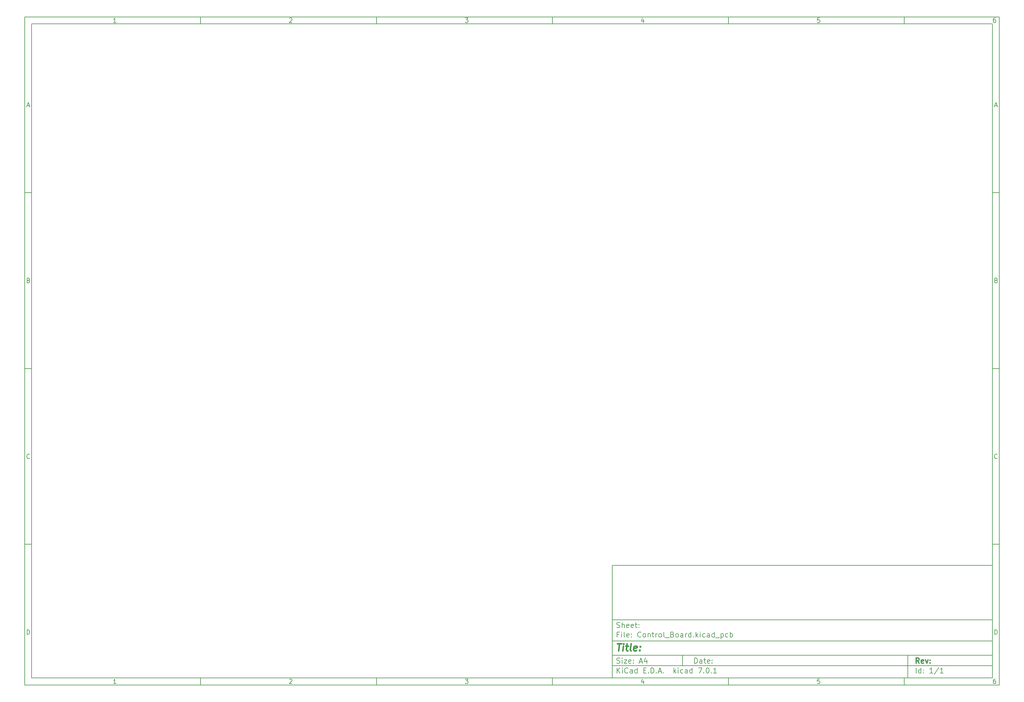
<source format=gbr>
%TF.GenerationSoftware,KiCad,Pcbnew,7.0.1*%
%TF.CreationDate,2023-09-27T13:27:15+00:00*%
%TF.ProjectId,Control_Board,436f6e74-726f-46c5-9f42-6f6172642e6b,rev?*%
%TF.SameCoordinates,Original*%
%TF.FileFunction,Glue,Bot*%
%TF.FilePolarity,Positive*%
%FSLAX45Y45*%
G04 Gerber Fmt 4.5, Leading zero omitted, Abs format (unit mm)*
G04 Created by KiCad (PCBNEW 7.0.1) date 2023-09-27 13:27:15*
%MOMM*%
%LPD*%
G01*
G04 APERTURE LIST*
%ADD10C,0.100000*%
%ADD11C,0.150000*%
%ADD12C,0.300000*%
%ADD13C,0.400000*%
G04 APERTURE END LIST*
D10*
D11*
X17700220Y-16600720D02*
X28500220Y-16600720D01*
X28500220Y-19800720D01*
X17700220Y-19800720D01*
X17700220Y-16600720D01*
D10*
D11*
X1000000Y-1000000D02*
X28700220Y-1000000D01*
X28700220Y-20000720D01*
X1000000Y-20000720D01*
X1000000Y-1000000D01*
D10*
D11*
X1200000Y-1200000D02*
X28500220Y-1200000D01*
X28500220Y-19800720D01*
X1200000Y-19800720D01*
X1200000Y-1200000D01*
D10*
D11*
X6000000Y-1200000D02*
X6000000Y-1000000D01*
D10*
D11*
X11000000Y-1200000D02*
X11000000Y-1000000D01*
D10*
D11*
X16000000Y-1200000D02*
X16000000Y-1000000D01*
D10*
D11*
X21000000Y-1200000D02*
X21000000Y-1000000D01*
D10*
D11*
X26000000Y-1200000D02*
X26000000Y-1000000D01*
D10*
D11*
X3599048Y-1160140D02*
X3524762Y-1160140D01*
X3561905Y-1160140D02*
X3561905Y-1030140D01*
X3561905Y-1030140D02*
X3549524Y-1048712D01*
X3549524Y-1048712D02*
X3537143Y-1061093D01*
X3537143Y-1061093D02*
X3524762Y-1067283D01*
D10*
D11*
X8524762Y-1042521D02*
X8530952Y-1036331D01*
X8530952Y-1036331D02*
X8543333Y-1030140D01*
X8543333Y-1030140D02*
X8574286Y-1030140D01*
X8574286Y-1030140D02*
X8586667Y-1036331D01*
X8586667Y-1036331D02*
X8592857Y-1042521D01*
X8592857Y-1042521D02*
X8599048Y-1054902D01*
X8599048Y-1054902D02*
X8599048Y-1067283D01*
X8599048Y-1067283D02*
X8592857Y-1085855D01*
X8592857Y-1085855D02*
X8518571Y-1160140D01*
X8518571Y-1160140D02*
X8599048Y-1160140D01*
D10*
D11*
X13518571Y-1030140D02*
X13599048Y-1030140D01*
X13599048Y-1030140D02*
X13555714Y-1079664D01*
X13555714Y-1079664D02*
X13574286Y-1079664D01*
X13574286Y-1079664D02*
X13586667Y-1085855D01*
X13586667Y-1085855D02*
X13592857Y-1092045D01*
X13592857Y-1092045D02*
X13599048Y-1104426D01*
X13599048Y-1104426D02*
X13599048Y-1135379D01*
X13599048Y-1135379D02*
X13592857Y-1147760D01*
X13592857Y-1147760D02*
X13586667Y-1153950D01*
X13586667Y-1153950D02*
X13574286Y-1160140D01*
X13574286Y-1160140D02*
X13537143Y-1160140D01*
X13537143Y-1160140D02*
X13524762Y-1153950D01*
X13524762Y-1153950D02*
X13518571Y-1147760D01*
D10*
D11*
X18586667Y-1073474D02*
X18586667Y-1160140D01*
X18555714Y-1023950D02*
X18524762Y-1116807D01*
X18524762Y-1116807D02*
X18605238Y-1116807D01*
D10*
D11*
X23592857Y-1030140D02*
X23530952Y-1030140D01*
X23530952Y-1030140D02*
X23524762Y-1092045D01*
X23524762Y-1092045D02*
X23530952Y-1085855D01*
X23530952Y-1085855D02*
X23543333Y-1079664D01*
X23543333Y-1079664D02*
X23574286Y-1079664D01*
X23574286Y-1079664D02*
X23586667Y-1085855D01*
X23586667Y-1085855D02*
X23592857Y-1092045D01*
X23592857Y-1092045D02*
X23599048Y-1104426D01*
X23599048Y-1104426D02*
X23599048Y-1135379D01*
X23599048Y-1135379D02*
X23592857Y-1147760D01*
X23592857Y-1147760D02*
X23586667Y-1153950D01*
X23586667Y-1153950D02*
X23574286Y-1160140D01*
X23574286Y-1160140D02*
X23543333Y-1160140D01*
X23543333Y-1160140D02*
X23530952Y-1153950D01*
X23530952Y-1153950D02*
X23524762Y-1147760D01*
D10*
D11*
X28586667Y-1030140D02*
X28561905Y-1030140D01*
X28561905Y-1030140D02*
X28549524Y-1036331D01*
X28549524Y-1036331D02*
X28543333Y-1042521D01*
X28543333Y-1042521D02*
X28530952Y-1061093D01*
X28530952Y-1061093D02*
X28524762Y-1085855D01*
X28524762Y-1085855D02*
X28524762Y-1135379D01*
X28524762Y-1135379D02*
X28530952Y-1147760D01*
X28530952Y-1147760D02*
X28537143Y-1153950D01*
X28537143Y-1153950D02*
X28549524Y-1160140D01*
X28549524Y-1160140D02*
X28574286Y-1160140D01*
X28574286Y-1160140D02*
X28586667Y-1153950D01*
X28586667Y-1153950D02*
X28592857Y-1147760D01*
X28592857Y-1147760D02*
X28599048Y-1135379D01*
X28599048Y-1135379D02*
X28599048Y-1104426D01*
X28599048Y-1104426D02*
X28592857Y-1092045D01*
X28592857Y-1092045D02*
X28586667Y-1085855D01*
X28586667Y-1085855D02*
X28574286Y-1079664D01*
X28574286Y-1079664D02*
X28549524Y-1079664D01*
X28549524Y-1079664D02*
X28537143Y-1085855D01*
X28537143Y-1085855D02*
X28530952Y-1092045D01*
X28530952Y-1092045D02*
X28524762Y-1104426D01*
D10*
D11*
X6000000Y-19800720D02*
X6000000Y-20000720D01*
D10*
D11*
X11000000Y-19800720D02*
X11000000Y-20000720D01*
D10*
D11*
X16000000Y-19800720D02*
X16000000Y-20000720D01*
D10*
D11*
X21000000Y-19800720D02*
X21000000Y-20000720D01*
D10*
D11*
X26000000Y-19800720D02*
X26000000Y-20000720D01*
D10*
D11*
X3599048Y-19960860D02*
X3524762Y-19960860D01*
X3561905Y-19960860D02*
X3561905Y-19830860D01*
X3561905Y-19830860D02*
X3549524Y-19849432D01*
X3549524Y-19849432D02*
X3537143Y-19861813D01*
X3537143Y-19861813D02*
X3524762Y-19868003D01*
D10*
D11*
X8524762Y-19843241D02*
X8530952Y-19837051D01*
X8530952Y-19837051D02*
X8543333Y-19830860D01*
X8543333Y-19830860D02*
X8574286Y-19830860D01*
X8574286Y-19830860D02*
X8586667Y-19837051D01*
X8586667Y-19837051D02*
X8592857Y-19843241D01*
X8592857Y-19843241D02*
X8599048Y-19855622D01*
X8599048Y-19855622D02*
X8599048Y-19868003D01*
X8599048Y-19868003D02*
X8592857Y-19886575D01*
X8592857Y-19886575D02*
X8518571Y-19960860D01*
X8518571Y-19960860D02*
X8599048Y-19960860D01*
D10*
D11*
X13518571Y-19830860D02*
X13599048Y-19830860D01*
X13599048Y-19830860D02*
X13555714Y-19880384D01*
X13555714Y-19880384D02*
X13574286Y-19880384D01*
X13574286Y-19880384D02*
X13586667Y-19886575D01*
X13586667Y-19886575D02*
X13592857Y-19892765D01*
X13592857Y-19892765D02*
X13599048Y-19905146D01*
X13599048Y-19905146D02*
X13599048Y-19936099D01*
X13599048Y-19936099D02*
X13592857Y-19948480D01*
X13592857Y-19948480D02*
X13586667Y-19954670D01*
X13586667Y-19954670D02*
X13574286Y-19960860D01*
X13574286Y-19960860D02*
X13537143Y-19960860D01*
X13537143Y-19960860D02*
X13524762Y-19954670D01*
X13524762Y-19954670D02*
X13518571Y-19948480D01*
D10*
D11*
X18586667Y-19874194D02*
X18586667Y-19960860D01*
X18555714Y-19824670D02*
X18524762Y-19917527D01*
X18524762Y-19917527D02*
X18605238Y-19917527D01*
D10*
D11*
X23592857Y-19830860D02*
X23530952Y-19830860D01*
X23530952Y-19830860D02*
X23524762Y-19892765D01*
X23524762Y-19892765D02*
X23530952Y-19886575D01*
X23530952Y-19886575D02*
X23543333Y-19880384D01*
X23543333Y-19880384D02*
X23574286Y-19880384D01*
X23574286Y-19880384D02*
X23586667Y-19886575D01*
X23586667Y-19886575D02*
X23592857Y-19892765D01*
X23592857Y-19892765D02*
X23599048Y-19905146D01*
X23599048Y-19905146D02*
X23599048Y-19936099D01*
X23599048Y-19936099D02*
X23592857Y-19948480D01*
X23592857Y-19948480D02*
X23586667Y-19954670D01*
X23586667Y-19954670D02*
X23574286Y-19960860D01*
X23574286Y-19960860D02*
X23543333Y-19960860D01*
X23543333Y-19960860D02*
X23530952Y-19954670D01*
X23530952Y-19954670D02*
X23524762Y-19948480D01*
D10*
D11*
X28586667Y-19830860D02*
X28561905Y-19830860D01*
X28561905Y-19830860D02*
X28549524Y-19837051D01*
X28549524Y-19837051D02*
X28543333Y-19843241D01*
X28543333Y-19843241D02*
X28530952Y-19861813D01*
X28530952Y-19861813D02*
X28524762Y-19886575D01*
X28524762Y-19886575D02*
X28524762Y-19936099D01*
X28524762Y-19936099D02*
X28530952Y-19948480D01*
X28530952Y-19948480D02*
X28537143Y-19954670D01*
X28537143Y-19954670D02*
X28549524Y-19960860D01*
X28549524Y-19960860D02*
X28574286Y-19960860D01*
X28574286Y-19960860D02*
X28586667Y-19954670D01*
X28586667Y-19954670D02*
X28592857Y-19948480D01*
X28592857Y-19948480D02*
X28599048Y-19936099D01*
X28599048Y-19936099D02*
X28599048Y-19905146D01*
X28599048Y-19905146D02*
X28592857Y-19892765D01*
X28592857Y-19892765D02*
X28586667Y-19886575D01*
X28586667Y-19886575D02*
X28574286Y-19880384D01*
X28574286Y-19880384D02*
X28549524Y-19880384D01*
X28549524Y-19880384D02*
X28537143Y-19886575D01*
X28537143Y-19886575D02*
X28530952Y-19892765D01*
X28530952Y-19892765D02*
X28524762Y-19905146D01*
D10*
D11*
X1000000Y-6000000D02*
X1200000Y-6000000D01*
D10*
D11*
X1000000Y-11000000D02*
X1200000Y-11000000D01*
D10*
D11*
X1000000Y-16000000D02*
X1200000Y-16000000D01*
D10*
D11*
X1069048Y-3522998D02*
X1130952Y-3522998D01*
X1056667Y-3560140D02*
X1100000Y-3430140D01*
X1100000Y-3430140D02*
X1143333Y-3560140D01*
D10*
D11*
X1109286Y-8492045D02*
X1127857Y-8498236D01*
X1127857Y-8498236D02*
X1134048Y-8504426D01*
X1134048Y-8504426D02*
X1140238Y-8516807D01*
X1140238Y-8516807D02*
X1140238Y-8535379D01*
X1140238Y-8535379D02*
X1134048Y-8547760D01*
X1134048Y-8547760D02*
X1127857Y-8553950D01*
X1127857Y-8553950D02*
X1115476Y-8560140D01*
X1115476Y-8560140D02*
X1065952Y-8560140D01*
X1065952Y-8560140D02*
X1065952Y-8430140D01*
X1065952Y-8430140D02*
X1109286Y-8430140D01*
X1109286Y-8430140D02*
X1121667Y-8436331D01*
X1121667Y-8436331D02*
X1127857Y-8442521D01*
X1127857Y-8442521D02*
X1134048Y-8454902D01*
X1134048Y-8454902D02*
X1134048Y-8467283D01*
X1134048Y-8467283D02*
X1127857Y-8479664D01*
X1127857Y-8479664D02*
X1121667Y-8485855D01*
X1121667Y-8485855D02*
X1109286Y-8492045D01*
X1109286Y-8492045D02*
X1065952Y-8492045D01*
D10*
D11*
X1140238Y-13547759D02*
X1134048Y-13553950D01*
X1134048Y-13553950D02*
X1115476Y-13560140D01*
X1115476Y-13560140D02*
X1103095Y-13560140D01*
X1103095Y-13560140D02*
X1084524Y-13553950D01*
X1084524Y-13553950D02*
X1072143Y-13541569D01*
X1072143Y-13541569D02*
X1065952Y-13529188D01*
X1065952Y-13529188D02*
X1059762Y-13504426D01*
X1059762Y-13504426D02*
X1059762Y-13485855D01*
X1059762Y-13485855D02*
X1065952Y-13461093D01*
X1065952Y-13461093D02*
X1072143Y-13448712D01*
X1072143Y-13448712D02*
X1084524Y-13436331D01*
X1084524Y-13436331D02*
X1103095Y-13430140D01*
X1103095Y-13430140D02*
X1115476Y-13430140D01*
X1115476Y-13430140D02*
X1134048Y-13436331D01*
X1134048Y-13436331D02*
X1140238Y-13442521D01*
D10*
D11*
X1065952Y-18560140D02*
X1065952Y-18430140D01*
X1065952Y-18430140D02*
X1096905Y-18430140D01*
X1096905Y-18430140D02*
X1115476Y-18436331D01*
X1115476Y-18436331D02*
X1127857Y-18448712D01*
X1127857Y-18448712D02*
X1134048Y-18461093D01*
X1134048Y-18461093D02*
X1140238Y-18485855D01*
X1140238Y-18485855D02*
X1140238Y-18504426D01*
X1140238Y-18504426D02*
X1134048Y-18529188D01*
X1134048Y-18529188D02*
X1127857Y-18541569D01*
X1127857Y-18541569D02*
X1115476Y-18553950D01*
X1115476Y-18553950D02*
X1096905Y-18560140D01*
X1096905Y-18560140D02*
X1065952Y-18560140D01*
D10*
D11*
X28700220Y-6000000D02*
X28500220Y-6000000D01*
D10*
D11*
X28700220Y-11000000D02*
X28500220Y-11000000D01*
D10*
D11*
X28700220Y-16000000D02*
X28500220Y-16000000D01*
D10*
D11*
X28569268Y-3522998D02*
X28631172Y-3522998D01*
X28556887Y-3560140D02*
X28600220Y-3430140D01*
X28600220Y-3430140D02*
X28643553Y-3560140D01*
D10*
D11*
X28609506Y-8492045D02*
X28628077Y-8498236D01*
X28628077Y-8498236D02*
X28634268Y-8504426D01*
X28634268Y-8504426D02*
X28640458Y-8516807D01*
X28640458Y-8516807D02*
X28640458Y-8535379D01*
X28640458Y-8535379D02*
X28634268Y-8547760D01*
X28634268Y-8547760D02*
X28628077Y-8553950D01*
X28628077Y-8553950D02*
X28615696Y-8560140D01*
X28615696Y-8560140D02*
X28566172Y-8560140D01*
X28566172Y-8560140D02*
X28566172Y-8430140D01*
X28566172Y-8430140D02*
X28609506Y-8430140D01*
X28609506Y-8430140D02*
X28621887Y-8436331D01*
X28621887Y-8436331D02*
X28628077Y-8442521D01*
X28628077Y-8442521D02*
X28634268Y-8454902D01*
X28634268Y-8454902D02*
X28634268Y-8467283D01*
X28634268Y-8467283D02*
X28628077Y-8479664D01*
X28628077Y-8479664D02*
X28621887Y-8485855D01*
X28621887Y-8485855D02*
X28609506Y-8492045D01*
X28609506Y-8492045D02*
X28566172Y-8492045D01*
D10*
D11*
X28640458Y-13547759D02*
X28634268Y-13553950D01*
X28634268Y-13553950D02*
X28615696Y-13560140D01*
X28615696Y-13560140D02*
X28603315Y-13560140D01*
X28603315Y-13560140D02*
X28584744Y-13553950D01*
X28584744Y-13553950D02*
X28572363Y-13541569D01*
X28572363Y-13541569D02*
X28566172Y-13529188D01*
X28566172Y-13529188D02*
X28559982Y-13504426D01*
X28559982Y-13504426D02*
X28559982Y-13485855D01*
X28559982Y-13485855D02*
X28566172Y-13461093D01*
X28566172Y-13461093D02*
X28572363Y-13448712D01*
X28572363Y-13448712D02*
X28584744Y-13436331D01*
X28584744Y-13436331D02*
X28603315Y-13430140D01*
X28603315Y-13430140D02*
X28615696Y-13430140D01*
X28615696Y-13430140D02*
X28634268Y-13436331D01*
X28634268Y-13436331D02*
X28640458Y-13442521D01*
D10*
D11*
X28566172Y-18560140D02*
X28566172Y-18430140D01*
X28566172Y-18430140D02*
X28597125Y-18430140D01*
X28597125Y-18430140D02*
X28615696Y-18436331D01*
X28615696Y-18436331D02*
X28628077Y-18448712D01*
X28628077Y-18448712D02*
X28634268Y-18461093D01*
X28634268Y-18461093D02*
X28640458Y-18485855D01*
X28640458Y-18485855D02*
X28640458Y-18504426D01*
X28640458Y-18504426D02*
X28634268Y-18529188D01*
X28634268Y-18529188D02*
X28628077Y-18541569D01*
X28628077Y-18541569D02*
X28615696Y-18553950D01*
X28615696Y-18553950D02*
X28597125Y-18560140D01*
X28597125Y-18560140D02*
X28566172Y-18560140D01*
D10*
D11*
X20035934Y-19380113D02*
X20035934Y-19230113D01*
X20035934Y-19230113D02*
X20071649Y-19230113D01*
X20071649Y-19230113D02*
X20093077Y-19237256D01*
X20093077Y-19237256D02*
X20107363Y-19251541D01*
X20107363Y-19251541D02*
X20114506Y-19265827D01*
X20114506Y-19265827D02*
X20121649Y-19294399D01*
X20121649Y-19294399D02*
X20121649Y-19315827D01*
X20121649Y-19315827D02*
X20114506Y-19344399D01*
X20114506Y-19344399D02*
X20107363Y-19358684D01*
X20107363Y-19358684D02*
X20093077Y-19372970D01*
X20093077Y-19372970D02*
X20071649Y-19380113D01*
X20071649Y-19380113D02*
X20035934Y-19380113D01*
X20250220Y-19380113D02*
X20250220Y-19301541D01*
X20250220Y-19301541D02*
X20243077Y-19287256D01*
X20243077Y-19287256D02*
X20228791Y-19280113D01*
X20228791Y-19280113D02*
X20200220Y-19280113D01*
X20200220Y-19280113D02*
X20185934Y-19287256D01*
X20250220Y-19372970D02*
X20235934Y-19380113D01*
X20235934Y-19380113D02*
X20200220Y-19380113D01*
X20200220Y-19380113D02*
X20185934Y-19372970D01*
X20185934Y-19372970D02*
X20178791Y-19358684D01*
X20178791Y-19358684D02*
X20178791Y-19344399D01*
X20178791Y-19344399D02*
X20185934Y-19330113D01*
X20185934Y-19330113D02*
X20200220Y-19322970D01*
X20200220Y-19322970D02*
X20235934Y-19322970D01*
X20235934Y-19322970D02*
X20250220Y-19315827D01*
X20300220Y-19280113D02*
X20357363Y-19280113D01*
X20321649Y-19230113D02*
X20321649Y-19358684D01*
X20321649Y-19358684D02*
X20328791Y-19372970D01*
X20328791Y-19372970D02*
X20343077Y-19380113D01*
X20343077Y-19380113D02*
X20357363Y-19380113D01*
X20464506Y-19372970D02*
X20450220Y-19380113D01*
X20450220Y-19380113D02*
X20421649Y-19380113D01*
X20421649Y-19380113D02*
X20407363Y-19372970D01*
X20407363Y-19372970D02*
X20400220Y-19358684D01*
X20400220Y-19358684D02*
X20400220Y-19301541D01*
X20400220Y-19301541D02*
X20407363Y-19287256D01*
X20407363Y-19287256D02*
X20421649Y-19280113D01*
X20421649Y-19280113D02*
X20450220Y-19280113D01*
X20450220Y-19280113D02*
X20464506Y-19287256D01*
X20464506Y-19287256D02*
X20471649Y-19301541D01*
X20471649Y-19301541D02*
X20471649Y-19315827D01*
X20471649Y-19315827D02*
X20400220Y-19330113D01*
X20535934Y-19365827D02*
X20543077Y-19372970D01*
X20543077Y-19372970D02*
X20535934Y-19380113D01*
X20535934Y-19380113D02*
X20528791Y-19372970D01*
X20528791Y-19372970D02*
X20535934Y-19365827D01*
X20535934Y-19365827D02*
X20535934Y-19380113D01*
X20535934Y-19287256D02*
X20543077Y-19294399D01*
X20543077Y-19294399D02*
X20535934Y-19301541D01*
X20535934Y-19301541D02*
X20528791Y-19294399D01*
X20528791Y-19294399D02*
X20535934Y-19287256D01*
X20535934Y-19287256D02*
X20535934Y-19301541D01*
D10*
D11*
X17700220Y-19450720D02*
X28500220Y-19450720D01*
D10*
D11*
X17835934Y-19660113D02*
X17835934Y-19510113D01*
X17921649Y-19660113D02*
X17857363Y-19574399D01*
X17921649Y-19510113D02*
X17835934Y-19595827D01*
X17985934Y-19660113D02*
X17985934Y-19560113D01*
X17985934Y-19510113D02*
X17978791Y-19517256D01*
X17978791Y-19517256D02*
X17985934Y-19524399D01*
X17985934Y-19524399D02*
X17993077Y-19517256D01*
X17993077Y-19517256D02*
X17985934Y-19510113D01*
X17985934Y-19510113D02*
X17985934Y-19524399D01*
X18143077Y-19645827D02*
X18135934Y-19652970D01*
X18135934Y-19652970D02*
X18114506Y-19660113D01*
X18114506Y-19660113D02*
X18100220Y-19660113D01*
X18100220Y-19660113D02*
X18078791Y-19652970D01*
X18078791Y-19652970D02*
X18064506Y-19638684D01*
X18064506Y-19638684D02*
X18057363Y-19624399D01*
X18057363Y-19624399D02*
X18050220Y-19595827D01*
X18050220Y-19595827D02*
X18050220Y-19574399D01*
X18050220Y-19574399D02*
X18057363Y-19545827D01*
X18057363Y-19545827D02*
X18064506Y-19531541D01*
X18064506Y-19531541D02*
X18078791Y-19517256D01*
X18078791Y-19517256D02*
X18100220Y-19510113D01*
X18100220Y-19510113D02*
X18114506Y-19510113D01*
X18114506Y-19510113D02*
X18135934Y-19517256D01*
X18135934Y-19517256D02*
X18143077Y-19524399D01*
X18271649Y-19660113D02*
X18271649Y-19581541D01*
X18271649Y-19581541D02*
X18264506Y-19567256D01*
X18264506Y-19567256D02*
X18250220Y-19560113D01*
X18250220Y-19560113D02*
X18221649Y-19560113D01*
X18221649Y-19560113D02*
X18207363Y-19567256D01*
X18271649Y-19652970D02*
X18257363Y-19660113D01*
X18257363Y-19660113D02*
X18221649Y-19660113D01*
X18221649Y-19660113D02*
X18207363Y-19652970D01*
X18207363Y-19652970D02*
X18200220Y-19638684D01*
X18200220Y-19638684D02*
X18200220Y-19624399D01*
X18200220Y-19624399D02*
X18207363Y-19610113D01*
X18207363Y-19610113D02*
X18221649Y-19602970D01*
X18221649Y-19602970D02*
X18257363Y-19602970D01*
X18257363Y-19602970D02*
X18271649Y-19595827D01*
X18407363Y-19660113D02*
X18407363Y-19510113D01*
X18407363Y-19652970D02*
X18393077Y-19660113D01*
X18393077Y-19660113D02*
X18364506Y-19660113D01*
X18364506Y-19660113D02*
X18350220Y-19652970D01*
X18350220Y-19652970D02*
X18343077Y-19645827D01*
X18343077Y-19645827D02*
X18335934Y-19631541D01*
X18335934Y-19631541D02*
X18335934Y-19588684D01*
X18335934Y-19588684D02*
X18343077Y-19574399D01*
X18343077Y-19574399D02*
X18350220Y-19567256D01*
X18350220Y-19567256D02*
X18364506Y-19560113D01*
X18364506Y-19560113D02*
X18393077Y-19560113D01*
X18393077Y-19560113D02*
X18407363Y-19567256D01*
X18593077Y-19581541D02*
X18643077Y-19581541D01*
X18664506Y-19660113D02*
X18593077Y-19660113D01*
X18593077Y-19660113D02*
X18593077Y-19510113D01*
X18593077Y-19510113D02*
X18664506Y-19510113D01*
X18728791Y-19645827D02*
X18735934Y-19652970D01*
X18735934Y-19652970D02*
X18728791Y-19660113D01*
X18728791Y-19660113D02*
X18721649Y-19652970D01*
X18721649Y-19652970D02*
X18728791Y-19645827D01*
X18728791Y-19645827D02*
X18728791Y-19660113D01*
X18800220Y-19660113D02*
X18800220Y-19510113D01*
X18800220Y-19510113D02*
X18835934Y-19510113D01*
X18835934Y-19510113D02*
X18857363Y-19517256D01*
X18857363Y-19517256D02*
X18871649Y-19531541D01*
X18871649Y-19531541D02*
X18878792Y-19545827D01*
X18878792Y-19545827D02*
X18885934Y-19574399D01*
X18885934Y-19574399D02*
X18885934Y-19595827D01*
X18885934Y-19595827D02*
X18878792Y-19624399D01*
X18878792Y-19624399D02*
X18871649Y-19638684D01*
X18871649Y-19638684D02*
X18857363Y-19652970D01*
X18857363Y-19652970D02*
X18835934Y-19660113D01*
X18835934Y-19660113D02*
X18800220Y-19660113D01*
X18950220Y-19645827D02*
X18957363Y-19652970D01*
X18957363Y-19652970D02*
X18950220Y-19660113D01*
X18950220Y-19660113D02*
X18943077Y-19652970D01*
X18943077Y-19652970D02*
X18950220Y-19645827D01*
X18950220Y-19645827D02*
X18950220Y-19660113D01*
X19014506Y-19617256D02*
X19085934Y-19617256D01*
X19000220Y-19660113D02*
X19050220Y-19510113D01*
X19050220Y-19510113D02*
X19100220Y-19660113D01*
X19150220Y-19645827D02*
X19157363Y-19652970D01*
X19157363Y-19652970D02*
X19150220Y-19660113D01*
X19150220Y-19660113D02*
X19143077Y-19652970D01*
X19143077Y-19652970D02*
X19150220Y-19645827D01*
X19150220Y-19645827D02*
X19150220Y-19660113D01*
X19450220Y-19660113D02*
X19450220Y-19510113D01*
X19464506Y-19602970D02*
X19507363Y-19660113D01*
X19507363Y-19560113D02*
X19450220Y-19617256D01*
X19571649Y-19660113D02*
X19571649Y-19560113D01*
X19571649Y-19510113D02*
X19564506Y-19517256D01*
X19564506Y-19517256D02*
X19571649Y-19524399D01*
X19571649Y-19524399D02*
X19578792Y-19517256D01*
X19578792Y-19517256D02*
X19571649Y-19510113D01*
X19571649Y-19510113D02*
X19571649Y-19524399D01*
X19707363Y-19652970D02*
X19693077Y-19660113D01*
X19693077Y-19660113D02*
X19664506Y-19660113D01*
X19664506Y-19660113D02*
X19650220Y-19652970D01*
X19650220Y-19652970D02*
X19643077Y-19645827D01*
X19643077Y-19645827D02*
X19635934Y-19631541D01*
X19635934Y-19631541D02*
X19635934Y-19588684D01*
X19635934Y-19588684D02*
X19643077Y-19574399D01*
X19643077Y-19574399D02*
X19650220Y-19567256D01*
X19650220Y-19567256D02*
X19664506Y-19560113D01*
X19664506Y-19560113D02*
X19693077Y-19560113D01*
X19693077Y-19560113D02*
X19707363Y-19567256D01*
X19835934Y-19660113D02*
X19835934Y-19581541D01*
X19835934Y-19581541D02*
X19828792Y-19567256D01*
X19828792Y-19567256D02*
X19814506Y-19560113D01*
X19814506Y-19560113D02*
X19785934Y-19560113D01*
X19785934Y-19560113D02*
X19771649Y-19567256D01*
X19835934Y-19652970D02*
X19821649Y-19660113D01*
X19821649Y-19660113D02*
X19785934Y-19660113D01*
X19785934Y-19660113D02*
X19771649Y-19652970D01*
X19771649Y-19652970D02*
X19764506Y-19638684D01*
X19764506Y-19638684D02*
X19764506Y-19624399D01*
X19764506Y-19624399D02*
X19771649Y-19610113D01*
X19771649Y-19610113D02*
X19785934Y-19602970D01*
X19785934Y-19602970D02*
X19821649Y-19602970D01*
X19821649Y-19602970D02*
X19835934Y-19595827D01*
X19971649Y-19660113D02*
X19971649Y-19510113D01*
X19971649Y-19652970D02*
X19957363Y-19660113D01*
X19957363Y-19660113D02*
X19928792Y-19660113D01*
X19928792Y-19660113D02*
X19914506Y-19652970D01*
X19914506Y-19652970D02*
X19907363Y-19645827D01*
X19907363Y-19645827D02*
X19900220Y-19631541D01*
X19900220Y-19631541D02*
X19900220Y-19588684D01*
X19900220Y-19588684D02*
X19907363Y-19574399D01*
X19907363Y-19574399D02*
X19914506Y-19567256D01*
X19914506Y-19567256D02*
X19928792Y-19560113D01*
X19928792Y-19560113D02*
X19957363Y-19560113D01*
X19957363Y-19560113D02*
X19971649Y-19567256D01*
X20143077Y-19510113D02*
X20243077Y-19510113D01*
X20243077Y-19510113D02*
X20178792Y-19660113D01*
X20300220Y-19645827D02*
X20307363Y-19652970D01*
X20307363Y-19652970D02*
X20300220Y-19660113D01*
X20300220Y-19660113D02*
X20293077Y-19652970D01*
X20293077Y-19652970D02*
X20300220Y-19645827D01*
X20300220Y-19645827D02*
X20300220Y-19660113D01*
X20400220Y-19510113D02*
X20414506Y-19510113D01*
X20414506Y-19510113D02*
X20428792Y-19517256D01*
X20428792Y-19517256D02*
X20435934Y-19524399D01*
X20435934Y-19524399D02*
X20443077Y-19538684D01*
X20443077Y-19538684D02*
X20450220Y-19567256D01*
X20450220Y-19567256D02*
X20450220Y-19602970D01*
X20450220Y-19602970D02*
X20443077Y-19631541D01*
X20443077Y-19631541D02*
X20435934Y-19645827D01*
X20435934Y-19645827D02*
X20428792Y-19652970D01*
X20428792Y-19652970D02*
X20414506Y-19660113D01*
X20414506Y-19660113D02*
X20400220Y-19660113D01*
X20400220Y-19660113D02*
X20385934Y-19652970D01*
X20385934Y-19652970D02*
X20378792Y-19645827D01*
X20378792Y-19645827D02*
X20371649Y-19631541D01*
X20371649Y-19631541D02*
X20364506Y-19602970D01*
X20364506Y-19602970D02*
X20364506Y-19567256D01*
X20364506Y-19567256D02*
X20371649Y-19538684D01*
X20371649Y-19538684D02*
X20378792Y-19524399D01*
X20378792Y-19524399D02*
X20385934Y-19517256D01*
X20385934Y-19517256D02*
X20400220Y-19510113D01*
X20514506Y-19645827D02*
X20521649Y-19652970D01*
X20521649Y-19652970D02*
X20514506Y-19660113D01*
X20514506Y-19660113D02*
X20507363Y-19652970D01*
X20507363Y-19652970D02*
X20514506Y-19645827D01*
X20514506Y-19645827D02*
X20514506Y-19660113D01*
X20664506Y-19660113D02*
X20578792Y-19660113D01*
X20621649Y-19660113D02*
X20621649Y-19510113D01*
X20621649Y-19510113D02*
X20607363Y-19531541D01*
X20607363Y-19531541D02*
X20593077Y-19545827D01*
X20593077Y-19545827D02*
X20578792Y-19552970D01*
D10*
D11*
X17700220Y-19150720D02*
X28500220Y-19150720D01*
D10*
D12*
X26421648Y-19380113D02*
X26371648Y-19308684D01*
X26335934Y-19380113D02*
X26335934Y-19230113D01*
X26335934Y-19230113D02*
X26393077Y-19230113D01*
X26393077Y-19230113D02*
X26407363Y-19237256D01*
X26407363Y-19237256D02*
X26414506Y-19244399D01*
X26414506Y-19244399D02*
X26421648Y-19258684D01*
X26421648Y-19258684D02*
X26421648Y-19280113D01*
X26421648Y-19280113D02*
X26414506Y-19294399D01*
X26414506Y-19294399D02*
X26407363Y-19301541D01*
X26407363Y-19301541D02*
X26393077Y-19308684D01*
X26393077Y-19308684D02*
X26335934Y-19308684D01*
X26543077Y-19372970D02*
X26528791Y-19380113D01*
X26528791Y-19380113D02*
X26500220Y-19380113D01*
X26500220Y-19380113D02*
X26485934Y-19372970D01*
X26485934Y-19372970D02*
X26478791Y-19358684D01*
X26478791Y-19358684D02*
X26478791Y-19301541D01*
X26478791Y-19301541D02*
X26485934Y-19287256D01*
X26485934Y-19287256D02*
X26500220Y-19280113D01*
X26500220Y-19280113D02*
X26528791Y-19280113D01*
X26528791Y-19280113D02*
X26543077Y-19287256D01*
X26543077Y-19287256D02*
X26550220Y-19301541D01*
X26550220Y-19301541D02*
X26550220Y-19315827D01*
X26550220Y-19315827D02*
X26478791Y-19330113D01*
X26600220Y-19280113D02*
X26635934Y-19380113D01*
X26635934Y-19380113D02*
X26671648Y-19280113D01*
X26728791Y-19365827D02*
X26735934Y-19372970D01*
X26735934Y-19372970D02*
X26728791Y-19380113D01*
X26728791Y-19380113D02*
X26721648Y-19372970D01*
X26721648Y-19372970D02*
X26728791Y-19365827D01*
X26728791Y-19365827D02*
X26728791Y-19380113D01*
X26728791Y-19287256D02*
X26735934Y-19294399D01*
X26735934Y-19294399D02*
X26728791Y-19301541D01*
X26728791Y-19301541D02*
X26721648Y-19294399D01*
X26721648Y-19294399D02*
X26728791Y-19287256D01*
X26728791Y-19287256D02*
X26728791Y-19301541D01*
D10*
D11*
X17828791Y-19372970D02*
X17850220Y-19380113D01*
X17850220Y-19380113D02*
X17885934Y-19380113D01*
X17885934Y-19380113D02*
X17900220Y-19372970D01*
X17900220Y-19372970D02*
X17907363Y-19365827D01*
X17907363Y-19365827D02*
X17914506Y-19351541D01*
X17914506Y-19351541D02*
X17914506Y-19337256D01*
X17914506Y-19337256D02*
X17907363Y-19322970D01*
X17907363Y-19322970D02*
X17900220Y-19315827D01*
X17900220Y-19315827D02*
X17885934Y-19308684D01*
X17885934Y-19308684D02*
X17857363Y-19301541D01*
X17857363Y-19301541D02*
X17843077Y-19294399D01*
X17843077Y-19294399D02*
X17835934Y-19287256D01*
X17835934Y-19287256D02*
X17828791Y-19272970D01*
X17828791Y-19272970D02*
X17828791Y-19258684D01*
X17828791Y-19258684D02*
X17835934Y-19244399D01*
X17835934Y-19244399D02*
X17843077Y-19237256D01*
X17843077Y-19237256D02*
X17857363Y-19230113D01*
X17857363Y-19230113D02*
X17893077Y-19230113D01*
X17893077Y-19230113D02*
X17914506Y-19237256D01*
X17978791Y-19380113D02*
X17978791Y-19280113D01*
X17978791Y-19230113D02*
X17971649Y-19237256D01*
X17971649Y-19237256D02*
X17978791Y-19244399D01*
X17978791Y-19244399D02*
X17985934Y-19237256D01*
X17985934Y-19237256D02*
X17978791Y-19230113D01*
X17978791Y-19230113D02*
X17978791Y-19244399D01*
X18035934Y-19280113D02*
X18114506Y-19280113D01*
X18114506Y-19280113D02*
X18035934Y-19380113D01*
X18035934Y-19380113D02*
X18114506Y-19380113D01*
X18228791Y-19372970D02*
X18214506Y-19380113D01*
X18214506Y-19380113D02*
X18185934Y-19380113D01*
X18185934Y-19380113D02*
X18171649Y-19372970D01*
X18171649Y-19372970D02*
X18164506Y-19358684D01*
X18164506Y-19358684D02*
X18164506Y-19301541D01*
X18164506Y-19301541D02*
X18171649Y-19287256D01*
X18171649Y-19287256D02*
X18185934Y-19280113D01*
X18185934Y-19280113D02*
X18214506Y-19280113D01*
X18214506Y-19280113D02*
X18228791Y-19287256D01*
X18228791Y-19287256D02*
X18235934Y-19301541D01*
X18235934Y-19301541D02*
X18235934Y-19315827D01*
X18235934Y-19315827D02*
X18164506Y-19330113D01*
X18300220Y-19365827D02*
X18307363Y-19372970D01*
X18307363Y-19372970D02*
X18300220Y-19380113D01*
X18300220Y-19380113D02*
X18293077Y-19372970D01*
X18293077Y-19372970D02*
X18300220Y-19365827D01*
X18300220Y-19365827D02*
X18300220Y-19380113D01*
X18300220Y-19287256D02*
X18307363Y-19294399D01*
X18307363Y-19294399D02*
X18300220Y-19301541D01*
X18300220Y-19301541D02*
X18293077Y-19294399D01*
X18293077Y-19294399D02*
X18300220Y-19287256D01*
X18300220Y-19287256D02*
X18300220Y-19301541D01*
X18478791Y-19337256D02*
X18550220Y-19337256D01*
X18464506Y-19380113D02*
X18514506Y-19230113D01*
X18514506Y-19230113D02*
X18564506Y-19380113D01*
X18678791Y-19280113D02*
X18678791Y-19380113D01*
X18643077Y-19222970D02*
X18607363Y-19330113D01*
X18607363Y-19330113D02*
X18700220Y-19330113D01*
D10*
D11*
X26335934Y-19660113D02*
X26335934Y-19510113D01*
X26471649Y-19660113D02*
X26471649Y-19510113D01*
X26471649Y-19652970D02*
X26457363Y-19660113D01*
X26457363Y-19660113D02*
X26428791Y-19660113D01*
X26428791Y-19660113D02*
X26414506Y-19652970D01*
X26414506Y-19652970D02*
X26407363Y-19645827D01*
X26407363Y-19645827D02*
X26400220Y-19631541D01*
X26400220Y-19631541D02*
X26400220Y-19588684D01*
X26400220Y-19588684D02*
X26407363Y-19574399D01*
X26407363Y-19574399D02*
X26414506Y-19567256D01*
X26414506Y-19567256D02*
X26428791Y-19560113D01*
X26428791Y-19560113D02*
X26457363Y-19560113D01*
X26457363Y-19560113D02*
X26471649Y-19567256D01*
X26543077Y-19645827D02*
X26550220Y-19652970D01*
X26550220Y-19652970D02*
X26543077Y-19660113D01*
X26543077Y-19660113D02*
X26535934Y-19652970D01*
X26535934Y-19652970D02*
X26543077Y-19645827D01*
X26543077Y-19645827D02*
X26543077Y-19660113D01*
X26543077Y-19567256D02*
X26550220Y-19574399D01*
X26550220Y-19574399D02*
X26543077Y-19581541D01*
X26543077Y-19581541D02*
X26535934Y-19574399D01*
X26535934Y-19574399D02*
X26543077Y-19567256D01*
X26543077Y-19567256D02*
X26543077Y-19581541D01*
X26807363Y-19660113D02*
X26721649Y-19660113D01*
X26764506Y-19660113D02*
X26764506Y-19510113D01*
X26764506Y-19510113D02*
X26750220Y-19531541D01*
X26750220Y-19531541D02*
X26735934Y-19545827D01*
X26735934Y-19545827D02*
X26721649Y-19552970D01*
X26978791Y-19502970D02*
X26850220Y-19695827D01*
X27107363Y-19660113D02*
X27021649Y-19660113D01*
X27064506Y-19660113D02*
X27064506Y-19510113D01*
X27064506Y-19510113D02*
X27050220Y-19531541D01*
X27050220Y-19531541D02*
X27035934Y-19545827D01*
X27035934Y-19545827D02*
X27021649Y-19552970D01*
D10*
D11*
X17700220Y-18750720D02*
X28500220Y-18750720D01*
D10*
D13*
X17843077Y-18823244D02*
X17957363Y-18823244D01*
X17875220Y-19023244D02*
X17900220Y-18823244D01*
X17997839Y-19023244D02*
X18014506Y-18889910D01*
X18022839Y-18823244D02*
X18012125Y-18832768D01*
X18012125Y-18832768D02*
X18020458Y-18842291D01*
X18020458Y-18842291D02*
X18031172Y-18832768D01*
X18031172Y-18832768D02*
X18022839Y-18823244D01*
X18022839Y-18823244D02*
X18020458Y-18842291D01*
X18079982Y-18889910D02*
X18156172Y-18889910D01*
X18116887Y-18823244D02*
X18095458Y-18994672D01*
X18095458Y-18994672D02*
X18102601Y-19013720D01*
X18102601Y-19013720D02*
X18120458Y-19023244D01*
X18120458Y-19023244D02*
X18139506Y-19023244D01*
X18233553Y-19023244D02*
X18215696Y-19013720D01*
X18215696Y-19013720D02*
X18208553Y-18994672D01*
X18208553Y-18994672D02*
X18229982Y-18823244D01*
X18385934Y-19013720D02*
X18365696Y-19023244D01*
X18365696Y-19023244D02*
X18327601Y-19023244D01*
X18327601Y-19023244D02*
X18309744Y-19013720D01*
X18309744Y-19013720D02*
X18302601Y-18994672D01*
X18302601Y-18994672D02*
X18312125Y-18918482D01*
X18312125Y-18918482D02*
X18324029Y-18899434D01*
X18324029Y-18899434D02*
X18344268Y-18889910D01*
X18344268Y-18889910D02*
X18382363Y-18889910D01*
X18382363Y-18889910D02*
X18400220Y-18899434D01*
X18400220Y-18899434D02*
X18407363Y-18918482D01*
X18407363Y-18918482D02*
X18404982Y-18937530D01*
X18404982Y-18937530D02*
X18307363Y-18956577D01*
X18481172Y-19004196D02*
X18489506Y-19013720D01*
X18489506Y-19013720D02*
X18478791Y-19023244D01*
X18478791Y-19023244D02*
X18470458Y-19013720D01*
X18470458Y-19013720D02*
X18481172Y-19004196D01*
X18481172Y-19004196D02*
X18478791Y-19023244D01*
X18494268Y-18899434D02*
X18502601Y-18908958D01*
X18502601Y-18908958D02*
X18491887Y-18918482D01*
X18491887Y-18918482D02*
X18483553Y-18908958D01*
X18483553Y-18908958D02*
X18494268Y-18899434D01*
X18494268Y-18899434D02*
X18491887Y-18918482D01*
D10*
D11*
X17885934Y-18561541D02*
X17835934Y-18561541D01*
X17835934Y-18640113D02*
X17835934Y-18490113D01*
X17835934Y-18490113D02*
X17907363Y-18490113D01*
X17964506Y-18640113D02*
X17964506Y-18540113D01*
X17964506Y-18490113D02*
X17957363Y-18497256D01*
X17957363Y-18497256D02*
X17964506Y-18504399D01*
X17964506Y-18504399D02*
X17971649Y-18497256D01*
X17971649Y-18497256D02*
X17964506Y-18490113D01*
X17964506Y-18490113D02*
X17964506Y-18504399D01*
X18057363Y-18640113D02*
X18043077Y-18632970D01*
X18043077Y-18632970D02*
X18035934Y-18618684D01*
X18035934Y-18618684D02*
X18035934Y-18490113D01*
X18171649Y-18632970D02*
X18157363Y-18640113D01*
X18157363Y-18640113D02*
X18128791Y-18640113D01*
X18128791Y-18640113D02*
X18114506Y-18632970D01*
X18114506Y-18632970D02*
X18107363Y-18618684D01*
X18107363Y-18618684D02*
X18107363Y-18561541D01*
X18107363Y-18561541D02*
X18114506Y-18547256D01*
X18114506Y-18547256D02*
X18128791Y-18540113D01*
X18128791Y-18540113D02*
X18157363Y-18540113D01*
X18157363Y-18540113D02*
X18171649Y-18547256D01*
X18171649Y-18547256D02*
X18178791Y-18561541D01*
X18178791Y-18561541D02*
X18178791Y-18575827D01*
X18178791Y-18575827D02*
X18107363Y-18590113D01*
X18243077Y-18625827D02*
X18250220Y-18632970D01*
X18250220Y-18632970D02*
X18243077Y-18640113D01*
X18243077Y-18640113D02*
X18235934Y-18632970D01*
X18235934Y-18632970D02*
X18243077Y-18625827D01*
X18243077Y-18625827D02*
X18243077Y-18640113D01*
X18243077Y-18547256D02*
X18250220Y-18554399D01*
X18250220Y-18554399D02*
X18243077Y-18561541D01*
X18243077Y-18561541D02*
X18235934Y-18554399D01*
X18235934Y-18554399D02*
X18243077Y-18547256D01*
X18243077Y-18547256D02*
X18243077Y-18561541D01*
X18514506Y-18625827D02*
X18507363Y-18632970D01*
X18507363Y-18632970D02*
X18485934Y-18640113D01*
X18485934Y-18640113D02*
X18471649Y-18640113D01*
X18471649Y-18640113D02*
X18450220Y-18632970D01*
X18450220Y-18632970D02*
X18435934Y-18618684D01*
X18435934Y-18618684D02*
X18428791Y-18604399D01*
X18428791Y-18604399D02*
X18421649Y-18575827D01*
X18421649Y-18575827D02*
X18421649Y-18554399D01*
X18421649Y-18554399D02*
X18428791Y-18525827D01*
X18428791Y-18525827D02*
X18435934Y-18511541D01*
X18435934Y-18511541D02*
X18450220Y-18497256D01*
X18450220Y-18497256D02*
X18471649Y-18490113D01*
X18471649Y-18490113D02*
X18485934Y-18490113D01*
X18485934Y-18490113D02*
X18507363Y-18497256D01*
X18507363Y-18497256D02*
X18514506Y-18504399D01*
X18600220Y-18640113D02*
X18585934Y-18632970D01*
X18585934Y-18632970D02*
X18578791Y-18625827D01*
X18578791Y-18625827D02*
X18571649Y-18611541D01*
X18571649Y-18611541D02*
X18571649Y-18568684D01*
X18571649Y-18568684D02*
X18578791Y-18554399D01*
X18578791Y-18554399D02*
X18585934Y-18547256D01*
X18585934Y-18547256D02*
X18600220Y-18540113D01*
X18600220Y-18540113D02*
X18621649Y-18540113D01*
X18621649Y-18540113D02*
X18635934Y-18547256D01*
X18635934Y-18547256D02*
X18643077Y-18554399D01*
X18643077Y-18554399D02*
X18650220Y-18568684D01*
X18650220Y-18568684D02*
X18650220Y-18611541D01*
X18650220Y-18611541D02*
X18643077Y-18625827D01*
X18643077Y-18625827D02*
X18635934Y-18632970D01*
X18635934Y-18632970D02*
X18621649Y-18640113D01*
X18621649Y-18640113D02*
X18600220Y-18640113D01*
X18714506Y-18540113D02*
X18714506Y-18640113D01*
X18714506Y-18554399D02*
X18721649Y-18547256D01*
X18721649Y-18547256D02*
X18735934Y-18540113D01*
X18735934Y-18540113D02*
X18757363Y-18540113D01*
X18757363Y-18540113D02*
X18771649Y-18547256D01*
X18771649Y-18547256D02*
X18778791Y-18561541D01*
X18778791Y-18561541D02*
X18778791Y-18640113D01*
X18828791Y-18540113D02*
X18885934Y-18540113D01*
X18850220Y-18490113D02*
X18850220Y-18618684D01*
X18850220Y-18618684D02*
X18857363Y-18632970D01*
X18857363Y-18632970D02*
X18871649Y-18640113D01*
X18871649Y-18640113D02*
X18885934Y-18640113D01*
X18935934Y-18640113D02*
X18935934Y-18540113D01*
X18935934Y-18568684D02*
X18943077Y-18554399D01*
X18943077Y-18554399D02*
X18950220Y-18547256D01*
X18950220Y-18547256D02*
X18964506Y-18540113D01*
X18964506Y-18540113D02*
X18978791Y-18540113D01*
X19050220Y-18640113D02*
X19035934Y-18632970D01*
X19035934Y-18632970D02*
X19028791Y-18625827D01*
X19028791Y-18625827D02*
X19021649Y-18611541D01*
X19021649Y-18611541D02*
X19021649Y-18568684D01*
X19021649Y-18568684D02*
X19028791Y-18554399D01*
X19028791Y-18554399D02*
X19035934Y-18547256D01*
X19035934Y-18547256D02*
X19050220Y-18540113D01*
X19050220Y-18540113D02*
X19071649Y-18540113D01*
X19071649Y-18540113D02*
X19085934Y-18547256D01*
X19085934Y-18547256D02*
X19093077Y-18554399D01*
X19093077Y-18554399D02*
X19100220Y-18568684D01*
X19100220Y-18568684D02*
X19100220Y-18611541D01*
X19100220Y-18611541D02*
X19093077Y-18625827D01*
X19093077Y-18625827D02*
X19085934Y-18632970D01*
X19085934Y-18632970D02*
X19071649Y-18640113D01*
X19071649Y-18640113D02*
X19050220Y-18640113D01*
X19185934Y-18640113D02*
X19171649Y-18632970D01*
X19171649Y-18632970D02*
X19164506Y-18618684D01*
X19164506Y-18618684D02*
X19164506Y-18490113D01*
X19207363Y-18654399D02*
X19321649Y-18654399D01*
X19407363Y-18561541D02*
X19428791Y-18568684D01*
X19428791Y-18568684D02*
X19435934Y-18575827D01*
X19435934Y-18575827D02*
X19443077Y-18590113D01*
X19443077Y-18590113D02*
X19443077Y-18611541D01*
X19443077Y-18611541D02*
X19435934Y-18625827D01*
X19435934Y-18625827D02*
X19428791Y-18632970D01*
X19428791Y-18632970D02*
X19414506Y-18640113D01*
X19414506Y-18640113D02*
X19357363Y-18640113D01*
X19357363Y-18640113D02*
X19357363Y-18490113D01*
X19357363Y-18490113D02*
X19407363Y-18490113D01*
X19407363Y-18490113D02*
X19421649Y-18497256D01*
X19421649Y-18497256D02*
X19428791Y-18504399D01*
X19428791Y-18504399D02*
X19435934Y-18518684D01*
X19435934Y-18518684D02*
X19435934Y-18532970D01*
X19435934Y-18532970D02*
X19428791Y-18547256D01*
X19428791Y-18547256D02*
X19421649Y-18554399D01*
X19421649Y-18554399D02*
X19407363Y-18561541D01*
X19407363Y-18561541D02*
X19357363Y-18561541D01*
X19528791Y-18640113D02*
X19514506Y-18632970D01*
X19514506Y-18632970D02*
X19507363Y-18625827D01*
X19507363Y-18625827D02*
X19500220Y-18611541D01*
X19500220Y-18611541D02*
X19500220Y-18568684D01*
X19500220Y-18568684D02*
X19507363Y-18554399D01*
X19507363Y-18554399D02*
X19514506Y-18547256D01*
X19514506Y-18547256D02*
X19528791Y-18540113D01*
X19528791Y-18540113D02*
X19550220Y-18540113D01*
X19550220Y-18540113D02*
X19564506Y-18547256D01*
X19564506Y-18547256D02*
X19571649Y-18554399D01*
X19571649Y-18554399D02*
X19578791Y-18568684D01*
X19578791Y-18568684D02*
X19578791Y-18611541D01*
X19578791Y-18611541D02*
X19571649Y-18625827D01*
X19571649Y-18625827D02*
X19564506Y-18632970D01*
X19564506Y-18632970D02*
X19550220Y-18640113D01*
X19550220Y-18640113D02*
X19528791Y-18640113D01*
X19707363Y-18640113D02*
X19707363Y-18561541D01*
X19707363Y-18561541D02*
X19700220Y-18547256D01*
X19700220Y-18547256D02*
X19685934Y-18540113D01*
X19685934Y-18540113D02*
X19657363Y-18540113D01*
X19657363Y-18540113D02*
X19643077Y-18547256D01*
X19707363Y-18632970D02*
X19693077Y-18640113D01*
X19693077Y-18640113D02*
X19657363Y-18640113D01*
X19657363Y-18640113D02*
X19643077Y-18632970D01*
X19643077Y-18632970D02*
X19635934Y-18618684D01*
X19635934Y-18618684D02*
X19635934Y-18604399D01*
X19635934Y-18604399D02*
X19643077Y-18590113D01*
X19643077Y-18590113D02*
X19657363Y-18582970D01*
X19657363Y-18582970D02*
X19693077Y-18582970D01*
X19693077Y-18582970D02*
X19707363Y-18575827D01*
X19778791Y-18640113D02*
X19778791Y-18540113D01*
X19778791Y-18568684D02*
X19785934Y-18554399D01*
X19785934Y-18554399D02*
X19793077Y-18547256D01*
X19793077Y-18547256D02*
X19807363Y-18540113D01*
X19807363Y-18540113D02*
X19821649Y-18540113D01*
X19935934Y-18640113D02*
X19935934Y-18490113D01*
X19935934Y-18632970D02*
X19921648Y-18640113D01*
X19921648Y-18640113D02*
X19893077Y-18640113D01*
X19893077Y-18640113D02*
X19878791Y-18632970D01*
X19878791Y-18632970D02*
X19871648Y-18625827D01*
X19871648Y-18625827D02*
X19864506Y-18611541D01*
X19864506Y-18611541D02*
X19864506Y-18568684D01*
X19864506Y-18568684D02*
X19871648Y-18554399D01*
X19871648Y-18554399D02*
X19878791Y-18547256D01*
X19878791Y-18547256D02*
X19893077Y-18540113D01*
X19893077Y-18540113D02*
X19921648Y-18540113D01*
X19921648Y-18540113D02*
X19935934Y-18547256D01*
X20007363Y-18625827D02*
X20014506Y-18632970D01*
X20014506Y-18632970D02*
X20007363Y-18640113D01*
X20007363Y-18640113D02*
X20000220Y-18632970D01*
X20000220Y-18632970D02*
X20007363Y-18625827D01*
X20007363Y-18625827D02*
X20007363Y-18640113D01*
X20078791Y-18640113D02*
X20078791Y-18490113D01*
X20093077Y-18582970D02*
X20135934Y-18640113D01*
X20135934Y-18540113D02*
X20078791Y-18597256D01*
X20200220Y-18640113D02*
X20200220Y-18540113D01*
X20200220Y-18490113D02*
X20193077Y-18497256D01*
X20193077Y-18497256D02*
X20200220Y-18504399D01*
X20200220Y-18504399D02*
X20207363Y-18497256D01*
X20207363Y-18497256D02*
X20200220Y-18490113D01*
X20200220Y-18490113D02*
X20200220Y-18504399D01*
X20335934Y-18632970D02*
X20321649Y-18640113D01*
X20321649Y-18640113D02*
X20293077Y-18640113D01*
X20293077Y-18640113D02*
X20278791Y-18632970D01*
X20278791Y-18632970D02*
X20271649Y-18625827D01*
X20271649Y-18625827D02*
X20264506Y-18611541D01*
X20264506Y-18611541D02*
X20264506Y-18568684D01*
X20264506Y-18568684D02*
X20271649Y-18554399D01*
X20271649Y-18554399D02*
X20278791Y-18547256D01*
X20278791Y-18547256D02*
X20293077Y-18540113D01*
X20293077Y-18540113D02*
X20321649Y-18540113D01*
X20321649Y-18540113D02*
X20335934Y-18547256D01*
X20464506Y-18640113D02*
X20464506Y-18561541D01*
X20464506Y-18561541D02*
X20457363Y-18547256D01*
X20457363Y-18547256D02*
X20443077Y-18540113D01*
X20443077Y-18540113D02*
X20414506Y-18540113D01*
X20414506Y-18540113D02*
X20400220Y-18547256D01*
X20464506Y-18632970D02*
X20450220Y-18640113D01*
X20450220Y-18640113D02*
X20414506Y-18640113D01*
X20414506Y-18640113D02*
X20400220Y-18632970D01*
X20400220Y-18632970D02*
X20393077Y-18618684D01*
X20393077Y-18618684D02*
X20393077Y-18604399D01*
X20393077Y-18604399D02*
X20400220Y-18590113D01*
X20400220Y-18590113D02*
X20414506Y-18582970D01*
X20414506Y-18582970D02*
X20450220Y-18582970D01*
X20450220Y-18582970D02*
X20464506Y-18575827D01*
X20600220Y-18640113D02*
X20600220Y-18490113D01*
X20600220Y-18632970D02*
X20585934Y-18640113D01*
X20585934Y-18640113D02*
X20557363Y-18640113D01*
X20557363Y-18640113D02*
X20543077Y-18632970D01*
X20543077Y-18632970D02*
X20535934Y-18625827D01*
X20535934Y-18625827D02*
X20528791Y-18611541D01*
X20528791Y-18611541D02*
X20528791Y-18568684D01*
X20528791Y-18568684D02*
X20535934Y-18554399D01*
X20535934Y-18554399D02*
X20543077Y-18547256D01*
X20543077Y-18547256D02*
X20557363Y-18540113D01*
X20557363Y-18540113D02*
X20585934Y-18540113D01*
X20585934Y-18540113D02*
X20600220Y-18547256D01*
X20635934Y-18654399D02*
X20750220Y-18654399D01*
X20785934Y-18540113D02*
X20785934Y-18690113D01*
X20785934Y-18547256D02*
X20800220Y-18540113D01*
X20800220Y-18540113D02*
X20828791Y-18540113D01*
X20828791Y-18540113D02*
X20843077Y-18547256D01*
X20843077Y-18547256D02*
X20850220Y-18554399D01*
X20850220Y-18554399D02*
X20857363Y-18568684D01*
X20857363Y-18568684D02*
X20857363Y-18611541D01*
X20857363Y-18611541D02*
X20850220Y-18625827D01*
X20850220Y-18625827D02*
X20843077Y-18632970D01*
X20843077Y-18632970D02*
X20828791Y-18640113D01*
X20828791Y-18640113D02*
X20800220Y-18640113D01*
X20800220Y-18640113D02*
X20785934Y-18632970D01*
X20985934Y-18632970D02*
X20971649Y-18640113D01*
X20971649Y-18640113D02*
X20943077Y-18640113D01*
X20943077Y-18640113D02*
X20928791Y-18632970D01*
X20928791Y-18632970D02*
X20921649Y-18625827D01*
X20921649Y-18625827D02*
X20914506Y-18611541D01*
X20914506Y-18611541D02*
X20914506Y-18568684D01*
X20914506Y-18568684D02*
X20921649Y-18554399D01*
X20921649Y-18554399D02*
X20928791Y-18547256D01*
X20928791Y-18547256D02*
X20943077Y-18540113D01*
X20943077Y-18540113D02*
X20971649Y-18540113D01*
X20971649Y-18540113D02*
X20985934Y-18547256D01*
X21050220Y-18640113D02*
X21050220Y-18490113D01*
X21050220Y-18547256D02*
X21064506Y-18540113D01*
X21064506Y-18540113D02*
X21093077Y-18540113D01*
X21093077Y-18540113D02*
X21107363Y-18547256D01*
X21107363Y-18547256D02*
X21114506Y-18554399D01*
X21114506Y-18554399D02*
X21121649Y-18568684D01*
X21121649Y-18568684D02*
X21121649Y-18611541D01*
X21121649Y-18611541D02*
X21114506Y-18625827D01*
X21114506Y-18625827D02*
X21107363Y-18632970D01*
X21107363Y-18632970D02*
X21093077Y-18640113D01*
X21093077Y-18640113D02*
X21064506Y-18640113D01*
X21064506Y-18640113D02*
X21050220Y-18632970D01*
D10*
D11*
X17700220Y-18150720D02*
X28500220Y-18150720D01*
D10*
D11*
X17828791Y-18362970D02*
X17850220Y-18370113D01*
X17850220Y-18370113D02*
X17885934Y-18370113D01*
X17885934Y-18370113D02*
X17900220Y-18362970D01*
X17900220Y-18362970D02*
X17907363Y-18355827D01*
X17907363Y-18355827D02*
X17914506Y-18341541D01*
X17914506Y-18341541D02*
X17914506Y-18327256D01*
X17914506Y-18327256D02*
X17907363Y-18312970D01*
X17907363Y-18312970D02*
X17900220Y-18305827D01*
X17900220Y-18305827D02*
X17885934Y-18298684D01*
X17885934Y-18298684D02*
X17857363Y-18291541D01*
X17857363Y-18291541D02*
X17843077Y-18284399D01*
X17843077Y-18284399D02*
X17835934Y-18277256D01*
X17835934Y-18277256D02*
X17828791Y-18262970D01*
X17828791Y-18262970D02*
X17828791Y-18248684D01*
X17828791Y-18248684D02*
X17835934Y-18234399D01*
X17835934Y-18234399D02*
X17843077Y-18227256D01*
X17843077Y-18227256D02*
X17857363Y-18220113D01*
X17857363Y-18220113D02*
X17893077Y-18220113D01*
X17893077Y-18220113D02*
X17914506Y-18227256D01*
X17978791Y-18370113D02*
X17978791Y-18220113D01*
X18043077Y-18370113D02*
X18043077Y-18291541D01*
X18043077Y-18291541D02*
X18035934Y-18277256D01*
X18035934Y-18277256D02*
X18021649Y-18270113D01*
X18021649Y-18270113D02*
X18000220Y-18270113D01*
X18000220Y-18270113D02*
X17985934Y-18277256D01*
X17985934Y-18277256D02*
X17978791Y-18284399D01*
X18171649Y-18362970D02*
X18157363Y-18370113D01*
X18157363Y-18370113D02*
X18128791Y-18370113D01*
X18128791Y-18370113D02*
X18114506Y-18362970D01*
X18114506Y-18362970D02*
X18107363Y-18348684D01*
X18107363Y-18348684D02*
X18107363Y-18291541D01*
X18107363Y-18291541D02*
X18114506Y-18277256D01*
X18114506Y-18277256D02*
X18128791Y-18270113D01*
X18128791Y-18270113D02*
X18157363Y-18270113D01*
X18157363Y-18270113D02*
X18171649Y-18277256D01*
X18171649Y-18277256D02*
X18178791Y-18291541D01*
X18178791Y-18291541D02*
X18178791Y-18305827D01*
X18178791Y-18305827D02*
X18107363Y-18320113D01*
X18300220Y-18362970D02*
X18285934Y-18370113D01*
X18285934Y-18370113D02*
X18257363Y-18370113D01*
X18257363Y-18370113D02*
X18243077Y-18362970D01*
X18243077Y-18362970D02*
X18235934Y-18348684D01*
X18235934Y-18348684D02*
X18235934Y-18291541D01*
X18235934Y-18291541D02*
X18243077Y-18277256D01*
X18243077Y-18277256D02*
X18257363Y-18270113D01*
X18257363Y-18270113D02*
X18285934Y-18270113D01*
X18285934Y-18270113D02*
X18300220Y-18277256D01*
X18300220Y-18277256D02*
X18307363Y-18291541D01*
X18307363Y-18291541D02*
X18307363Y-18305827D01*
X18307363Y-18305827D02*
X18235934Y-18320113D01*
X18350220Y-18270113D02*
X18407363Y-18270113D01*
X18371648Y-18220113D02*
X18371648Y-18348684D01*
X18371648Y-18348684D02*
X18378791Y-18362970D01*
X18378791Y-18362970D02*
X18393077Y-18370113D01*
X18393077Y-18370113D02*
X18407363Y-18370113D01*
X18457363Y-18355827D02*
X18464506Y-18362970D01*
X18464506Y-18362970D02*
X18457363Y-18370113D01*
X18457363Y-18370113D02*
X18450220Y-18362970D01*
X18450220Y-18362970D02*
X18457363Y-18355827D01*
X18457363Y-18355827D02*
X18457363Y-18370113D01*
X18457363Y-18277256D02*
X18464506Y-18284399D01*
X18464506Y-18284399D02*
X18457363Y-18291541D01*
X18457363Y-18291541D02*
X18450220Y-18284399D01*
X18450220Y-18284399D02*
X18457363Y-18277256D01*
X18457363Y-18277256D02*
X18457363Y-18291541D01*
D10*
D12*
D10*
D11*
D10*
D11*
D10*
D11*
D10*
D11*
D10*
D11*
X19700220Y-19150720D02*
X19700220Y-19450720D01*
D10*
D11*
X26100220Y-19150720D02*
X26100220Y-19800720D01*
M02*

</source>
